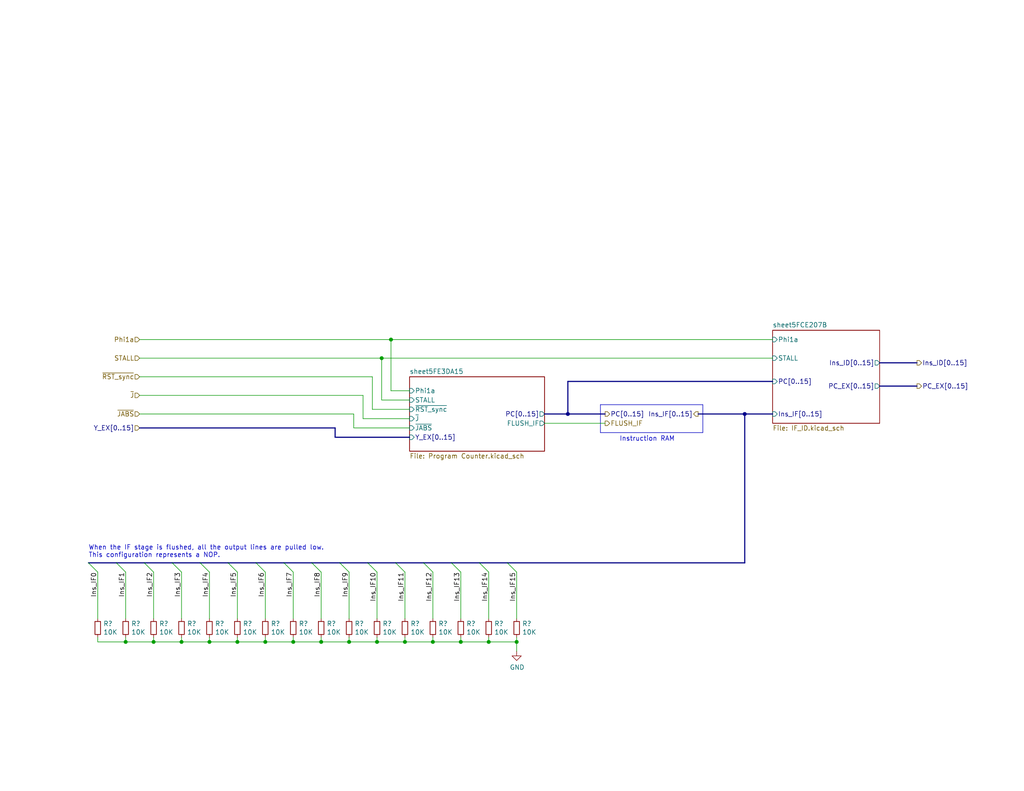
<source format=kicad_sch>
(kicad_sch (version 20250114) (generator "eeschema") (generator_version "9.0")
  (paper "USLetter")
  (title_block (title "IF") (date "2025-07-01") (rev "A"))
  (lib_symbols
    (symbol "Device:R_Small" (pin_numbers (hide yes)) (pin_names (offset 0.254) (hide yes))
      (property "Reference" "R" (at 0 0 90))
      (property "Value" "R_Small" (at 1.778 0 90))
      (symbol "R_Small_0_1"
        (rectangle (start -0.762 1.778) (end 0.762 -1.778) (stroke (width 0.2032)))
      )
      (symbol "R_Small_1_1"
        (pin passive line (at 0 2.54 270) (length 0.762) (name "~") (number "1"))
        (pin passive line (at 0 -2.54 90) (length 0.762) (name "~") (number "2"))
      )
    )
    (symbol "power:GND" (power) (pin_numbers (hide yes)) (pin_names (offset 0) (hide yes))
      (property "Value" "GND" (at 0 -3.81 0))
      (symbol "GND_0_1"
        (polyline (pts (xy 0 0) (xy 0 -1.27) (xy 1.27 -1.27) (xy 0 -2.54) (xy -1.27 -1.27) (xy 0 -1.27)))
      )
      (symbol "GND_1_1"
        (pin power_in line (at 0 0 270) (length 0) (name "~") (number "1"))
      )
    )
  )
  (text "Instruction RAM" (at 184.15 120.65 0) (effects (font (size 1.27 1.27)) (justify right bottom)))
  (text "When the IF stage is flushed, all the output lines are pulled low.\nThis configuration represents a NOP." (at 24.13 152.4 0) (effects (font (size 1.27 1.27)) (justify left bottom)))
  (junction (at 64.77 175.26))
  (junction (at 80.01 175.26))
  (junction (at 87.63 175.26))
  (junction (at 203.2 113.03))
  (junction (at 102.87 175.26))
  (junction (at 57.15 175.26))
  (junction (at 104.14 97.79))
  (junction (at 125.73 175.26))
  (junction (at 72.39 175.26))
  (junction (at 106.68 92.71))
  (junction (at 154.94 113.03))
  (junction (at 34.29 175.26))
  (junction (at 133.35 175.26))
  (junction (at 110.49 175.26))
  (junction (at 49.53 175.26))
  (junction (at 95.25 175.26))
  (junction (at 140.97 175.26))
  (junction (at 118.11 175.26))
  (junction (at 41.91 175.26))
  (bus_entry (at 57.15 156.21) (size -2.54 -2.54))
  (bus_entry (at 87.63 156.21) (size -2.54 -2.54))
  (bus_entry (at 140.97 156.21) (size -2.54 -2.54))
  (bus_entry (at 102.87 156.21) (size -2.54 -2.54))
  (bus_entry (at 95.25 156.21) (size -2.54 -2.54))
  (bus_entry (at 41.91 156.21) (size -2.54 -2.54))
  (bus_entry (at 80.01 156.21) (size -2.54 -2.54))
  (bus_entry (at 118.11 156.21) (size -2.54 -2.54))
  (bus_entry (at 64.77 156.21) (size -2.54 -2.54))
  (bus_entry (at 133.35 156.21) (size -2.54 -2.54))
  (bus_entry (at 125.73 156.21) (size -2.54 -2.54))
  (bus_entry (at 34.29 156.21) (size -2.54 -2.54))
  (bus_entry (at 26.67 156.21) (size -2.54 -2.54))
  (bus_entry (at 49.53 156.21) (size -2.54 -2.54))
  (bus_entry (at 110.49 156.21) (size -2.54 -2.54))
  (bus_entry (at 72.39 156.21) (size -2.54 -2.54))
  (bus (pts (xy 148.59 113.03) (xy 154.94 113.03)))
  (bus (pts (xy 107.95 153.67) (xy 115.57 153.67)))
  (wire (pts (xy 41.91 175.26) (xy 41.91 173.99)))
  (bus (pts (xy 115.57 153.67) (xy 123.19 153.67)))
  (wire (pts (xy 26.67 156.21) (xy 26.67 168.91)))
  (wire (pts (xy 106.68 92.71) (xy 210.82 92.71)))
  (wire (pts (xy 118.11 156.21) (xy 118.11 168.91)))
  (wire (pts (xy 140.97 175.26) (xy 133.35 175.26)))
  (wire (pts (xy 125.73 175.26) (xy 125.73 173.99)))
  (bus (pts (xy 92.71 153.67) (xy 100.33 153.67)))
  (polyline (pts (xy 191.77 110.49) (xy 163.83 110.49)))
  (bus (pts (xy 154.94 104.14) (xy 210.82 104.14)))
  (bus (pts (xy 62.23 153.67) (xy 69.85 153.67)))
  (bus (pts (xy 77.47 153.67) (xy 85.09 153.67)))
  (wire (pts (xy 38.1 107.95) (xy 99.06 107.95)))
  (wire (pts (xy 87.63 156.21) (xy 87.63 168.91)))
  (bus (pts (xy 85.09 153.67) (xy 92.71 153.67)))
  (wire (pts (xy 49.53 175.26) (xy 49.53 173.99)))
  (wire (pts (xy 133.35 175.26) (xy 133.35 173.99)))
  (polyline (pts (xy 163.83 118.11) (xy 191.77 118.11)))
  (wire (pts (xy 102.87 175.26) (xy 102.87 173.99)))
  (bus (pts (xy 250.19 105.41) (xy 240.03 105.41)))
  (bus (pts (xy 111.76 119.38) (xy 91.44 119.38)))
  (wire (pts (xy 101.6 111.76) (xy 101.6 102.87)))
  (wire (pts (xy 102.87 175.26) (xy 95.25 175.26)))
  (wire (pts (xy 148.59 115.57) (xy 165.1 115.57)))
  (wire (pts (xy 95.25 156.21) (xy 95.25 168.91)))
  (wire (pts (xy 26.67 175.26) (xy 26.67 173.99)))
  (wire (pts (xy 95.25 175.26) (xy 87.63 175.26)))
  (wire (pts (xy 110.49 156.21) (xy 110.49 168.91)))
  (wire (pts (xy 72.39 156.21) (xy 72.39 168.91)))
  (wire (pts (xy 38.1 97.79) (xy 104.14 97.79)))
  (wire (pts (xy 87.63 175.26) (xy 87.63 173.99)))
  (wire (pts (xy 210.82 97.79) (xy 104.14 97.79)))
  (wire (pts (xy 57.15 175.26) (xy 49.53 175.26)))
  (wire (pts (xy 38.1 102.87) (xy 101.6 102.87)))
  (wire (pts (xy 41.91 175.26) (xy 34.29 175.26)))
  (bus (pts (xy 123.19 153.67) (xy 130.81 153.67)))
  (bus (pts (xy 138.43 153.67) (xy 203.2 153.67)))
  (wire (pts (xy 133.35 175.26) (xy 125.73 175.26)))
  (wire (pts (xy 64.77 175.26) (xy 64.77 173.99)))
  (wire (pts (xy 118.11 175.26) (xy 118.11 173.99)))
  (wire (pts (xy 80.01 175.26) (xy 72.39 175.26)))
  (wire (pts (xy 64.77 175.26) (xy 57.15 175.26)))
  (wire (pts (xy 95.25 175.26) (xy 95.25 173.99)))
  (bus (pts (xy 203.2 113.03) (xy 210.82 113.03)))
  (wire (pts (xy 110.49 175.26) (xy 110.49 173.99)))
  (wire (pts (xy 111.76 114.3) (xy 99.06 114.3)))
  (polyline (pts (xy 163.83 110.49) (xy 163.83 118.11)))
  (wire (pts (xy 57.15 156.21) (xy 57.15 168.91)))
  (bus (pts (xy 190.5 113.03) (xy 203.2 113.03)))
  (wire (pts (xy 38.1 113.03) (xy 96.52 113.03)))
  (wire (pts (xy 34.29 175.26) (xy 34.29 173.99)))
  (wire (pts (xy 80.01 175.26) (xy 80.01 173.99)))
  (wire (pts (xy 111.76 109.22) (xy 104.14 109.22)))
  (wire (pts (xy 110.49 175.26) (xy 102.87 175.26)))
  (bus (pts (xy 91.44 116.84) (xy 38.1 116.84)))
  (bus (pts (xy 46.99 153.67) (xy 54.61 153.67)))
  (wire (pts (xy 34.29 156.21) (xy 34.29 168.91)))
  (wire (pts (xy 49.53 175.26) (xy 41.91 175.26)))
  (wire (pts (xy 111.76 116.84) (xy 96.52 116.84)))
  (wire (pts (xy 64.77 156.21) (xy 64.77 168.91)))
  (polyline (pts (xy 191.77 118.11) (xy 191.77 110.49)))
  (wire (pts (xy 96.52 116.84) (xy 96.52 113.03)))
  (wire (pts (xy 140.97 156.21) (xy 140.97 168.91)))
  (wire (pts (xy 140.97 175.26) (xy 140.97 173.99)))
  (wire (pts (xy 80.01 156.21) (xy 80.01 168.91)))
  (wire (pts (xy 111.76 111.76) (xy 101.6 111.76)))
  (wire (pts (xy 72.39 175.26) (xy 72.39 173.99)))
  (wire (pts (xy 111.76 106.68) (xy 106.68 106.68)))
  (wire (pts (xy 72.39 175.26) (xy 64.77 175.26)))
  (bus (pts (xy 54.61 153.67) (xy 62.23 153.67)))
  (wire (pts (xy 38.1 92.71) (xy 106.68 92.71)))
  (bus (pts (xy 203.2 153.67) (xy 203.2 113.03)))
  (wire (pts (xy 125.73 175.26) (xy 118.11 175.26)))
  (bus (pts (xy 240.03 99.06) (xy 250.19 99.06)))
  (wire (pts (xy 102.87 156.21) (xy 102.87 168.91)))
  (wire (pts (xy 87.63 175.26) (xy 80.01 175.26)))
  (bus (pts (xy 91.44 119.38) (xy 91.44 116.84)))
  (bus (pts (xy 69.85 153.67) (xy 77.47 153.67)))
  (wire (pts (xy 57.15 175.26) (xy 57.15 173.99)))
  (bus (pts (xy 130.81 153.67) (xy 138.43 153.67)))
  (wire (pts (xy 125.73 156.21) (xy 125.73 168.91)))
  (wire (pts (xy 99.06 114.3) (xy 99.06 107.95)))
  (wire (pts (xy 133.35 156.21) (xy 133.35 168.91)))
  (wire (pts (xy 41.91 156.21) (xy 41.91 168.91)))
  (bus (pts (xy 100.33 153.67) (xy 107.95 153.67)))
  (bus (pts (xy 24.13 153.67) (xy 31.75 153.67)))
  (bus (pts (xy 165.1 113.03) (xy 154.94 113.03)))
  (wire (pts (xy 140.97 177.8) (xy 140.97 175.26)))
  (bus (pts (xy 39.37 153.67) (xy 46.99 153.67)))
  (wire (pts (xy 34.29 175.26) (xy 26.67 175.26)))
  (bus (pts (xy 31.75 153.67) (xy 39.37 153.67)))
  (wire (pts (xy 49.53 156.21) (xy 49.53 168.91)))
  (wire (pts (xy 104.14 97.79) (xy 104.14 109.22)))
  (bus (pts (xy 154.94 113.03) (xy 154.94 104.14)))
  (wire (pts (xy 118.11 175.26) (xy 110.49 175.26)))
  (wire (pts (xy 106.68 92.71) (xy 106.68 106.68)))
  (label "Ins_IF11" (at 110.49 156.21 270))
  (label "Ins_IF13" (at 125.73 156.21 270))
  (label "Ins_IF6" (at 72.39 156.21 270))
  (label "Ins_IF12" (at 118.11 156.21 270))
  (label "Ins_IF14" (at 133.35 156.21 270))
  (label "Ins_IF1" (at 34.29 156.21 270))
  (label "Ins_IF10" (at 102.87 156.21 270))
  (label "Ins_IF5" (at 64.77 156.21 270))
  (label "Ins_IF0" (at 26.67 156.21 270))
  (label "Ins_IF8" (at 87.63 156.21 270))
  (label "Ins_IF9" (at 95.25 156.21 270))
  (label "Ins_IF7" (at 80.01 156.21 270))
  (label "Ins_IF3" (at 49.53 156.21 270))
  (label "Ins_IF15" (at 140.97 156.21 270))
  (label "Ins_IF2" (at 41.91 156.21 270))
  (label "Ins_IF4" (at 57.15 156.21 270))
  (hierarchical_label "Phi1a" (shape input) (at 38.1 92.71 180))
  (hierarchical_label "~{RST_sync}" (shape input) (at 38.1 102.87 180))
  (hierarchical_label "~{J}" (shape input) (at 38.1 107.95 180))
  (hierarchical_label "Ins_IF[0..15]" (shape output) (at 190.5 113.03 180))
  (hierarchical_label "PC[0..15]" (shape output) (at 165.1 113.03 0))
  (hierarchical_label "STALL" (shape input) (at 38.1 97.79 180))
  (hierarchical_label "PC_EX[0..15]" (shape output) (at 250.19 105.41 0))
  (hierarchical_label "Y_EX[0..15]" (shape input) (at 38.1 116.84 180))
  (hierarchical_label "~{JABS}" (shape input) (at 38.1 113.03 180))
  (hierarchical_label "Ins_ID[0..15]" (shape output) (at 250.19 99.06 0))
  (hierarchical_label "FLUSH_IF" (shape output) (at 165.1 115.57 0))
  (symbol (lib_id "Device:R_Small") (at 133.35 171.45 0) (unit 1)
    (property "Reference" "R?" (at 134.8486 170.2816 0) (effects (justify left)))
    (property "Value" "10K" (at 134.8486 172.593 0) (effects (justify left)))
    (property "Footprint" "Resistor_SMD:R_0603_1608Metric" (effects (hide yes)))
    (property "Datasheet" "https://www.mouser.com/datasheet/2/54/cr-1858361.pdf" (effects (hide yes)))
    (property "Manufacturer" "Bourns" (effects (hide yes)))
    (property "Manufacturer#" "CR0603-FX-1002ELF" (effects (hide yes)))
    (property "Mouser#" "652-CR0603FX-1002ELF" (effects (hide yes)))
    (property "Digikey#" "CR0603-FX-1002ELFCT-N" (effects (hide yes)))
  )
  (symbol (lib_id "Device:R_Small") (at 64.77 171.45 0) (unit 1)
    (property "Reference" "R?" (at 66.2686 170.2816 0) (effects (justify left)))
    (property "Value" "10K" (at 66.2686 172.593 0) (effects (justify left)))
    (property "Footprint" "Resistor_SMD:R_0603_1608Metric" (effects (hide yes)))
    (property "Datasheet" "https://www.mouser.com/datasheet/2/54/cr-1858361.pdf" (effects (hide yes)))
    (property "Manufacturer" "Bourns" (effects (hide yes)))
    (property "Manufacturer#" "CR0603-FX-1002ELF" (effects (hide yes)))
    (property "Mouser#" "652-CR0603FX-1002ELF" (effects (hide yes)))
    (property "Digikey#" "CR0603-FX-1002ELFCT-N" (effects (hide yes)))
  )
  (symbol (lib_id "Device:R_Small") (at 110.49 171.45 0) (unit 1)
    (property "Reference" "R?" (at 111.9886 170.2816 0) (effects (justify left)))
    (property "Value" "10K" (at 111.9886 172.593 0) (effects (justify left)))
    (property "Footprint" "Resistor_SMD:R_0603_1608Metric" (effects (hide yes)))
    (property "Datasheet" "https://www.mouser.com/datasheet/2/54/cr-1858361.pdf" (effects (hide yes)))
    (property "Manufacturer" "Bourns" (effects (hide yes)))
    (property "Manufacturer#" "CR0603-FX-1002ELF" (effects (hide yes)))
    (property "Mouser#" "652-CR0603FX-1002ELF" (effects (hide yes)))
    (property "Digikey#" "CR0603-FX-1002ELFCT-N" (effects (hide yes)))
  )
  (symbol (lib_id "Device:R_Small") (at 95.25 171.45 0) (unit 1)
    (property "Reference" "R?" (at 96.7486 170.2816 0) (effects (justify left)))
    (property "Value" "10K" (at 96.7486 172.593 0) (effects (justify left)))
    (property "Footprint" "Resistor_SMD:R_0603_1608Metric" (effects (hide yes)))
    (property "Datasheet" "https://www.mouser.com/datasheet/2/54/cr-1858361.pdf" (effects (hide yes)))
    (property "Manufacturer" "Bourns" (effects (hide yes)))
    (property "Manufacturer#" "CR0603-FX-1002ELF" (effects (hide yes)))
    (property "Mouser#" "652-CR0603FX-1002ELF" (effects (hide yes)))
    (property "Digikey#" "CR0603-FX-1002ELFCT-N" (effects (hide yes)))
  )
  (symbol (lib_id "Device:R_Small") (at 118.11 171.45 0) (unit 1)
    (property "Reference" "R?" (at 119.6086 170.2816 0) (effects (justify left)))
    (property "Value" "10K" (at 119.6086 172.593 0) (effects (justify left)))
    (property "Footprint" "Resistor_SMD:R_0603_1608Metric" (effects (hide yes)))
    (property "Datasheet" "https://www.mouser.com/datasheet/2/54/cr-1858361.pdf" (effects (hide yes)))
    (property "Manufacturer" "Bourns" (effects (hide yes)))
    (property "Manufacturer#" "CR0603-FX-1002ELF" (effects (hide yes)))
    (property "Mouser#" "652-CR0603FX-1002ELF" (effects (hide yes)))
    (property "Digikey#" "CR0603-FX-1002ELFCT-N" (effects (hide yes)))
  )
  (symbol (lib_id "Device:R_Small") (at 87.63 171.45 0) (unit 1)
    (property "Reference" "R?" (at 89.1286 170.2816 0) (effects (justify left)))
    (property "Value" "10K" (at 89.1286 172.593 0) (effects (justify left)))
    (property "Footprint" "Resistor_SMD:R_0603_1608Metric" (effects (hide yes)))
    (property "Datasheet" "https://www.mouser.com/datasheet/2/54/cr-1858361.pdf" (effects (hide yes)))
    (property "Manufacturer" "Bourns" (effects (hide yes)))
    (property "Manufacturer#" "CR0603-FX-1002ELF" (effects (hide yes)))
    (property "Mouser#" "652-CR0603FX-1002ELF" (effects (hide yes)))
    (property "Digikey#" "CR0603-FX-1002ELFCT-N" (effects (hide yes)))
  )
  (symbol (lib_id "Device:R_Small") (at 57.15 171.45 0) (unit 1)
    (property "Reference" "R?" (at 58.6486 170.2816 0) (effects (justify left)))
    (property "Value" "10K" (at 58.6486 172.593 0) (effects (justify left)))
    (property "Footprint" "Resistor_SMD:R_0603_1608Metric" (effects (hide yes)))
    (property "Datasheet" "https://www.mouser.com/datasheet/2/54/cr-1858361.pdf" (effects (hide yes)))
    (property "Manufacturer" "Bourns" (effects (hide yes)))
    (property "Manufacturer#" "CR0603-FX-1002ELF" (effects (hide yes)))
    (property "Mouser#" "652-CR0603FX-1002ELF" (effects (hide yes)))
    (property "Digikey#" "CR0603-FX-1002ELFCT-N" (effects (hide yes)))
  )
  (symbol (lib_id "Device:R_Small") (at 102.87 171.45 0) (unit 1)
    (property "Reference" "R?" (at 104.3686 170.2816 0) (effects (justify left)))
    (property "Value" "10K" (at 104.3686 172.593 0) (effects (justify left)))
    (property "Footprint" "Resistor_SMD:R_0603_1608Metric" (effects (hide yes)))
    (property "Datasheet" "https://www.mouser.com/datasheet/2/54/cr-1858361.pdf" (effects (hide yes)))
    (property "Manufacturer" "Bourns" (effects (hide yes)))
    (property "Manufacturer#" "CR0603-FX-1002ELF" (effects (hide yes)))
    (property "Mouser#" "652-CR0603FX-1002ELF" (effects (hide yes)))
    (property "Digikey#" "CR0603-FX-1002ELFCT-N" (effects (hide yes)))
  )
  (symbol (lib_id "Device:R_Small") (at 41.91 171.45 0) (unit 1)
    (property "Reference" "R?" (at 43.4086 170.2816 0) (effects (justify left)))
    (property "Value" "10K" (at 43.4086 172.593 0) (effects (justify left)))
    (property "Footprint" "Resistor_SMD:R_0603_1608Metric" (effects (hide yes)))
    (property "Datasheet" "https://www.mouser.com/datasheet/2/54/cr-1858361.pdf" (effects (hide yes)))
    (property "Manufacturer" "Bourns" (effects (hide yes)))
    (property "Manufacturer#" "CR0603-FX-1002ELF" (effects (hide yes)))
    (property "Mouser#" "652-CR0603FX-1002ELF" (effects (hide yes)))
    (property "Digikey#" "CR0603-FX-1002ELFCT-N" (effects (hide yes)))
  )
  (symbol (lib_id "Device:R_Small") (at 72.39 171.45 0) (unit 1)
    (property "Reference" "R?" (at 73.8886 170.2816 0) (effects (justify left)))
    (property "Value" "10K" (at 73.8886 172.593 0) (effects (justify left)))
    (property "Footprint" "Resistor_SMD:R_0603_1608Metric" (effects (hide yes)))
    (property "Datasheet" "https://www.mouser.com/datasheet/2/54/cr-1858361.pdf" (effects (hide yes)))
    (property "Manufacturer" "Bourns" (effects (hide yes)))
    (property "Manufacturer#" "CR0603-FX-1002ELF" (effects (hide yes)))
    (property "Mouser#" "652-CR0603FX-1002ELF" (effects (hide yes)))
    (property "Digikey#" "CR0603-FX-1002ELFCT-N" (effects (hide yes)))
  )
  (symbol (lib_id "Device:R_Small") (at 49.53 171.45 0) (unit 1)
    (property "Reference" "R?" (at 51.0286 170.2816 0) (effects (justify left)))
    (property "Value" "10K" (at 51.0286 172.593 0) (effects (justify left)))
    (property "Footprint" "Resistor_SMD:R_0603_1608Metric" (effects (hide yes)))
    (property "Datasheet" "https://www.mouser.com/datasheet/2/54/cr-1858361.pdf" (effects (hide yes)))
    (property "Manufacturer" "Bourns" (effects (hide yes)))
    (property "Manufacturer#" "CR0603-FX-1002ELF" (effects (hide yes)))
    (property "Mouser#" "652-CR0603FX-1002ELF" (effects (hide yes)))
    (property "Digikey#" "CR0603-FX-1002ELFCT-N" (effects (hide yes)))
  )
  (symbol (lib_id "Device:R_Small") (at 34.29 171.45 0) (unit 1)
    (property "Reference" "R?" (at 35.7886 170.2816 0) (effects (justify left)))
    (property "Value" "10K" (at 35.7886 172.593 0) (effects (justify left)))
    (property "Footprint" "Resistor_SMD:R_0603_1608Metric" (effects (hide yes)))
    (property "Datasheet" "https://www.mouser.com/datasheet/2/54/cr-1858361.pdf" (effects (hide yes)))
    (property "Manufacturer" "Bourns" (effects (hide yes)))
    (property "Manufacturer#" "CR0603-FX-1002ELF" (effects (hide yes)))
    (property "Mouser#" "652-CR0603FX-1002ELF" (effects (hide yes)))
    (property "Digikey#" "CR0603-FX-1002ELFCT-N" (effects (hide yes)))
  )
  (symbol (lib_id "power:GND") (at 140.97 177.8 0) (unit 1)
    (property "Reference" "#PWR?" (effects (hide yes)))
    (property "Value" "GND" (at 141.097 182.1942 0))
    (property "Description" "Power symbol creates a global label with name \"GND\" , ground" (effects (hide yes)))
  )
  (symbol (lib_id "Device:R_Small") (at 80.01 171.45 0) (unit 1)
    (property "Reference" "R?" (at 81.5086 170.2816 0) (effects (justify left)))
    (property "Value" "10K" (at 81.5086 172.593 0) (effects (justify left)))
    (property "Footprint" "Resistor_SMD:R_0603_1608Metric" (effects (hide yes)))
    (property "Datasheet" "https://www.mouser.com/datasheet/2/54/cr-1858361.pdf" (effects (hide yes)))
    (property "Manufacturer" "Bourns" (effects (hide yes)))
    (property "Manufacturer#" "CR0603-FX-1002ELF" (effects (hide yes)))
    (property "Mouser#" "652-CR0603FX-1002ELF" (effects (hide yes)))
    (property "Digikey#" "CR0603-FX-1002ELFCT-N" (effects (hide yes)))
  )
  (symbol (lib_id "Device:R_Small") (at 125.73 171.45 0) (unit 1)
    (property "Reference" "R?" (at 127.2286 170.2816 0) (effects (justify left)))
    (property "Value" "10K" (at 127.2286 172.593 0) (effects (justify left)))
    (property "Footprint" "Resistor_SMD:R_0603_1608Metric" (effects (hide yes)))
    (property "Datasheet" "https://www.mouser.com/datasheet/2/54/cr-1858361.pdf" (effects (hide yes)))
    (property "Manufacturer" "Bourns" (effects (hide yes)))
    (property "Manufacturer#" "CR0603-FX-1002ELF" (effects (hide yes)))
    (property "Mouser#" "652-CR0603FX-1002ELF" (effects (hide yes)))
    (property "Digikey#" "CR0603-FX-1002ELFCT-N" (effects (hide yes)))
  )
  (symbol (lib_id "Device:R_Small") (at 26.67 171.45 0) (unit 1)
    (property "Reference" "R?" (at 28.1686 170.2816 0) (effects (justify left)))
    (property "Value" "10K" (at 28.1686 172.593 0) (effects (justify left)))
    (property "Footprint" "Resistor_SMD:R_0603_1608Metric" (effects (hide yes)))
    (property "Datasheet" "https://www.mouser.com/datasheet/2/54/cr-1858361.pdf" (effects (hide yes)))
    (property "Manufacturer" "Bourns" (effects (hide yes)))
    (property "Manufacturer#" "CR0603-FX-1002ELF" (effects (hide yes)))
    (property "Mouser#" "652-CR0603FX-1002ELF" (effects (hide yes)))
    (property "Digikey#" "CR0603-FX-1002ELFCT-N" (effects (hide yes)))
  )
  (symbol (lib_id "Device:R_Small") (at 140.97 171.45 0) (unit 1)
    (property "Reference" "R?" (at 142.4686 170.2816 0) (effects (justify left)))
    (property "Value" "10K" (at 142.4686 172.593 0) (effects (justify left)))
    (property "Footprint" "Resistor_SMD:R_0603_1608Metric" (effects (hide yes)))
    (property "Datasheet" "https://www.mouser.com/datasheet/2/54/cr-1858361.pdf" (effects (hide yes)))
    (property "Manufacturer" "Bourns" (effects (hide yes)))
    (property "Manufacturer#" "CR0603-FX-1002ELF" (effects (hide yes)))
    (property "Mouser#" "652-CR0603FX-1002ELF" (effects (hide yes)))
    (property "Digikey#" "CR0603-FX-1002ELFCT-N" (effects (hide yes)))
  )
  (sheet (at 210.82 90.17) (size 29.21 25.4)
    (property "Sheetname" "sheet5FCE207B" (at 210.82 89.4584 0) (effects (justify left bottom)))
    (property "Sheetfile" "IF_ID.kicad_sch" (at 210.82 116.1546 0) (effects (justify left top)))
    (pin "PC[0..15]" input (at 210.82 104.14 180))
    (pin "PC_EX[0..15]" output (at 240.03 105.41 0))
    (pin "Ins_IF[0..15]" input (at 210.82 113.03 180))
    (pin "Ins_ID[0..15]" output (at 240.03 99.06 0))
    (pin "STALL" input (at 210.82 97.79 180))
    (pin "Phi1a" input (at 210.82 92.71 180))
  )
  (sheet (at 111.76 102.87) (size 36.83 20.32)
    (property "Sheetname" "sheet5FE3DA15" (at 111.76 102.1584 0) (effects (justify left bottom)))
    (property "Sheetfile" "Program Counter.kicad_sch" (at 111.76 123.7746 0) (effects (justify left top)))
    (pin "~{RST_sync}" input (at 111.76 111.76 180))
    (pin "~{J}" input (at 111.76 114.3 180))
    (pin "PC[0..15]" output (at 148.59 113.03 0))
    (pin "Y_EX[0..15]" input (at 111.76 119.38 180))
    (pin "~{JABS}" input (at 111.76 116.84 180))
    (pin "STALL" input (at 111.76 109.22 180))
    (pin "FLUSH_IF" output (at 148.59 115.57 0))
    (pin "Phi1a" input (at 111.76 106.68 180))
  )
)
</source>
